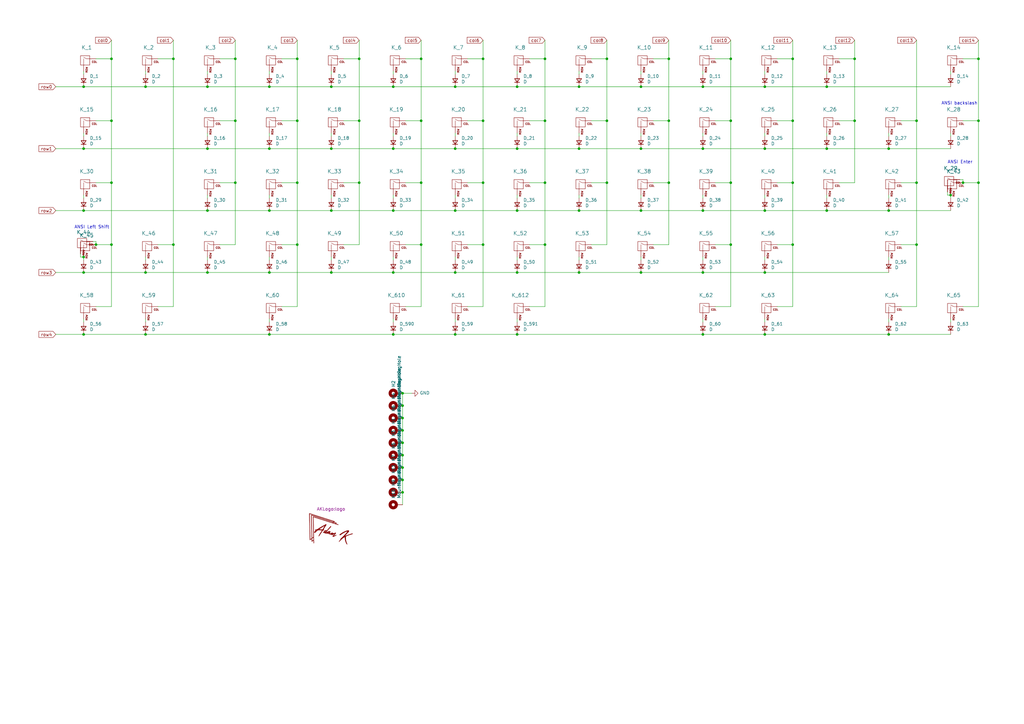
<source format=kicad_sch>
(kicad_sch (version 20211123) (generator eeschema)
  (paper "A3")
  (junction (at 85.09 111.76))
  (junction (at 401.32 74.93))
  (junction (at 299.72 74.93))
  (junction (at 198.12 74.93))
  (junction (at 172.72 49.53))
  (junction (at 198.12 49.53))
  (junction (at 147.32 74.93))
  (junction (at 313.69 86.36))
  (junction (at 165.1 166.37))
  (junction (at 121.92 24.13))
  (junction (at 59.69 35.56))
  (junction (at 375.92 74.93))
  (junction (at 147.32 24.13))
  (junction (at 121.92 49.53))
  (junction (at 339.09 60.96))
  (junction (at 135.89 86.36))
  (junction (at 198.12 100.33))
  (junction (at 161.29 35.56))
  (junction (at 389.89 80.01))
  (junction (at 339.09 86.36))
  (junction (at 350.52 49.53))
  (junction (at 288.29 60.96))
  (junction (at 237.49 35.56))
  (junction (at 212.09 137.16))
  (junction (at 223.52 100.33))
  (junction (at 375.92 49.53))
  (junction (at 401.32 49.53))
  (junction (at 135.89 111.76))
  (junction (at 288.29 35.56))
  (junction (at 96.52 49.53))
  (junction (at 161.29 111.76))
  (junction (at 186.69 35.56))
  (junction (at 248.92 74.93))
  (junction (at 59.69 111.76))
  (junction (at 165.1 196.85))
  (junction (at 45.72 74.93))
  (junction (at 186.69 60.96))
  (junction (at 299.72 49.53))
  (junction (at 212.09 86.36))
  (junction (at 34.29 86.36))
  (junction (at 135.89 60.96))
  (junction (at 165.1 176.53))
  (junction (at 165.1 171.45))
  (junction (at 110.49 60.96))
  (junction (at 165.1 161.29))
  (junction (at 186.69 86.36))
  (junction (at 172.72 74.93))
  (junction (at 198.12 24.13))
  (junction (at 288.29 111.76))
  (junction (at 161.29 137.16))
  (junction (at 248.92 49.53))
  (junction (at 288.29 137.16))
  (junction (at 299.72 24.13))
  (junction (at 299.72 100.33))
  (junction (at 325.12 24.13))
  (junction (at 401.32 24.13))
  (junction (at 71.12 24.13))
  (junction (at 262.89 111.76))
  (junction (at 34.29 137.16))
  (junction (at 110.49 111.76))
  (junction (at 274.32 24.13))
  (junction (at 110.49 35.56))
  (junction (at 262.89 60.96))
  (junction (at 262.89 86.36))
  (junction (at 71.12 100.33))
  (junction (at 237.49 60.96))
  (junction (at 364.49 137.16))
  (junction (at 110.49 137.16))
  (junction (at 223.52 24.13))
  (junction (at 34.29 105.41))
  (junction (at 212.09 35.56))
  (junction (at 85.09 86.36))
  (junction (at 212.09 111.76))
  (junction (at 110.49 86.36))
  (junction (at 34.29 35.56))
  (junction (at 96.52 24.13))
  (junction (at 325.12 74.93))
  (junction (at 262.89 35.56))
  (junction (at 288.29 86.36))
  (junction (at 223.52 74.93))
  (junction (at 325.12 100.33))
  (junction (at 248.92 24.13))
  (junction (at 172.72 24.13))
  (junction (at 161.29 60.96))
  (junction (at 350.52 24.13))
  (junction (at 165.1 186.69))
  (junction (at 364.49 86.36))
  (junction (at 394.97 74.93))
  (junction (at 237.49 86.36))
  (junction (at 186.69 137.16))
  (junction (at 85.09 60.96))
  (junction (at 339.09 35.56))
  (junction (at 45.72 24.13))
  (junction (at 45.72 100.33))
  (junction (at 34.29 60.96))
  (junction (at 223.52 49.53))
  (junction (at 45.72 49.53))
  (junction (at 313.69 111.76))
  (junction (at 364.49 60.96))
  (junction (at 165.1 181.61))
  (junction (at 325.12 49.53))
  (junction (at 274.32 74.93))
  (junction (at 96.52 74.93))
  (junction (at 135.89 35.56))
  (junction (at 237.49 111.76))
  (junction (at 313.69 137.16))
  (junction (at 165.1 201.93))
  (junction (at 121.92 74.93))
  (junction (at 121.92 100.33))
  (junction (at 165.1 191.77))
  (junction (at 313.69 35.56))
  (junction (at 161.29 86.36))
  (junction (at 59.69 137.16))
  (junction (at 172.72 100.33))
  (junction (at 85.09 35.56))
  (junction (at 39.37 100.33))
  (junction (at 375.92 100.33))
  (junction (at 186.69 111.76))
  (junction (at 274.32 49.53))
  (junction (at 212.09 60.96))
  (junction (at 147.32 49.53))
  (junction (at 313.69 60.96))
  (junction (at 34.29 111.76))
  (wire (pts (xy 110.49 29.21) (xy 110.49 30.48)))
  (wire (pts (xy 350.52 24.13) (xy 350.52 49.53)))
  (wire (pts (xy 96.52 100.33) (xy 96.52 74.93)))
  (wire (pts (xy 34.29 105.41) (xy 34.29 106.68)))
  (wire (pts (xy 223.52 74.93) (xy 223.52 49.53)))
  (wire (pts (xy 110.49 35.56) (xy 135.89 35.56)))
  (wire (pts (xy 288.29 111.76) (xy 313.69 111.76)))
  (wire (pts (xy 293.37 74.93) (xy 299.72 74.93)))
  (wire (pts (xy 22.86 137.16) (xy 34.29 137.16)))
  (wire (pts (xy 59.69 105.41) (xy 59.69 106.68)))
  (wire (pts (xy 115.57 24.13) (xy 121.92 24.13)))
  (wire (pts (xy 248.92 74.93) (xy 248.92 49.53)))
  (wire (pts (xy 369.57 100.33) (xy 375.92 100.33)))
  (wire (pts (xy 110.49 86.36) (xy 135.89 86.36)))
  (wire (pts (xy 166.37 125.73) (xy 172.72 125.73)))
  (wire (pts (xy 115.57 49.53) (xy 121.92 49.53)))
  (wire (pts (xy 248.92 100.33) (xy 248.92 74.93)))
  (wire (pts (xy 242.57 100.33) (xy 248.92 100.33)))
  (wire (pts (xy 96.52 24.13) (xy 96.52 49.53)))
  (wire (pts (xy 318.77 49.53) (xy 325.12 49.53)))
  (wire (pts (xy 401.32 24.13) (xy 401.32 49.53)))
  (wire (pts (xy 394.97 125.73) (xy 401.32 125.73)))
  (wire (pts (xy 364.49 86.36) (xy 389.89 86.36)))
  (wire (pts (xy 85.09 54.61) (xy 85.09 55.88)))
  (wire (pts (xy 288.29 35.56) (xy 313.69 35.56)))
  (wire (pts (xy 110.49 54.61) (xy 110.49 55.88)))
  (wire (pts (xy 212.09 60.96) (xy 237.49 60.96)))
  (wire (pts (xy 34.29 35.56) (xy 59.69 35.56)))
  (wire (pts (xy 96.52 16.51) (xy 96.52 24.13)))
  (wire (pts (xy 262.89 54.61) (xy 262.89 55.88)))
  (wire (pts (xy 274.32 24.13) (xy 274.32 49.53)))
  (wire (pts (xy 339.09 80.01) (xy 339.09 81.28)))
  (wire (pts (xy 288.29 60.96) (xy 313.69 60.96)))
  (wire (pts (xy 394.97 73.66) (xy 394.97 74.93)))
  (wire (pts (xy 198.12 125.73) (xy 198.12 100.33)))
  (wire (pts (xy 237.49 105.41) (xy 237.49 106.68)))
  (wire (pts (xy 186.69 54.61) (xy 186.69 55.88)))
  (wire (pts (xy 110.49 80.01) (xy 110.49 81.28)))
  (wire (pts (xy 364.49 105.41) (xy 364.49 106.68)))
  (wire (pts (xy 22.86 35.56) (xy 34.29 35.56)))
  (wire (pts (xy 39.37 100.33) (xy 39.37 99.06)))
  (wire (pts (xy 165.1 191.77) (xy 165.1 186.69)))
  (wire (pts (xy 22.86 60.96) (xy 34.29 60.96)))
  (wire (pts (xy 140.97 74.93) (xy 147.32 74.93)))
  (wire (pts (xy 161.29 54.61) (xy 161.29 55.88)))
  (wire (pts (xy 262.89 105.41) (xy 262.89 106.68)))
  (wire (pts (xy 389.89 80.01) (xy 389.89 81.28)))
  (wire (pts (xy 64.77 24.13) (xy 71.12 24.13)))
  (wire (pts (xy 339.09 86.36) (xy 364.49 86.36)))
  (wire (pts (xy 45.72 100.33) (xy 45.72 74.93)))
  (wire (pts (xy 267.97 74.93) (xy 274.32 74.93)))
  (wire (pts (xy 325.12 74.93) (xy 325.12 49.53)))
  (wire (pts (xy 191.77 49.53) (xy 198.12 49.53)))
  (wire (pts (xy 401.32 16.51) (xy 401.32 24.13)))
  (wire (pts (xy 313.69 137.16) (xy 364.49 137.16)))
  (wire (pts (xy 389.89 80.01) (xy 388.62 80.01)))
  (wire (pts (xy 34.29 137.16) (xy 59.69 137.16)))
  (wire (pts (xy 172.72 24.13) (xy 172.72 49.53)))
  (wire (pts (xy 147.32 24.13) (xy 147.32 49.53)))
  (wire (pts (xy 313.69 130.81) (xy 313.69 132.08)))
  (wire (pts (xy 318.77 100.33) (xy 325.12 100.33)))
  (wire (pts (xy 339.09 54.61) (xy 339.09 55.88)))
  (wire (pts (xy 364.49 80.01) (xy 364.49 81.28)))
  (wire (pts (xy 165.1 161.29) (xy 168.91 161.29)))
  (wire (pts (xy 288.29 29.21) (xy 288.29 30.48)))
  (wire (pts (xy 59.69 35.56) (xy 85.09 35.56)))
  (wire (pts (xy 325.12 100.33) (xy 325.12 74.93)))
  (wire (pts (xy 325.12 16.51) (xy 325.12 24.13)))
  (wire (pts (xy 318.77 24.13) (xy 325.12 24.13)))
  (wire (pts (xy 212.09 54.61) (xy 212.09 55.88)))
  (wire (pts (xy 34.29 111.76) (xy 59.69 111.76)))
  (wire (pts (xy 45.72 125.73) (xy 45.72 100.33)))
  (wire (pts (xy 350.52 74.93) (xy 350.52 49.53)))
  (wire (pts (xy 288.29 54.61) (xy 288.29 55.88)))
  (wire (pts (xy 394.97 24.13) (xy 401.32 24.13)))
  (wire (pts (xy 212.09 111.76) (xy 237.49 111.76)))
  (wire (pts (xy 288.29 137.16) (xy 313.69 137.16)))
  (wire (pts (xy 110.49 105.41) (xy 110.49 106.68)))
  (wire (pts (xy 212.09 105.41) (xy 212.09 106.68)))
  (wire (pts (xy 165.1 166.37) (xy 165.1 161.29)))
  (wire (pts (xy 242.57 49.53) (xy 248.92 49.53)))
  (wire (pts (xy 217.17 74.93) (xy 223.52 74.93)))
  (wire (pts (xy 198.12 24.13) (xy 198.12 49.53)))
  (wire (pts (xy 212.09 29.21) (xy 212.09 30.48)))
  (wire (pts (xy 121.92 24.13) (xy 121.92 49.53)))
  (wire (pts (xy 267.97 49.53) (xy 274.32 49.53)))
  (wire (pts (xy 339.09 35.56) (xy 389.89 35.56)))
  (wire (pts (xy 39.37 24.13) (xy 45.72 24.13)))
  (wire (pts (xy 140.97 24.13) (xy 147.32 24.13)))
  (wire (pts (xy 85.09 60.96) (xy 110.49 60.96)))
  (wire (pts (xy 147.32 100.33) (xy 147.32 74.93)))
  (wire (pts (xy 39.37 100.33) (xy 45.72 100.33)))
  (wire (pts (xy 237.49 86.36) (xy 262.89 86.36)))
  (wire (pts (xy 135.89 111.76) (xy 161.29 111.76)))
  (wire (pts (xy 242.57 74.93) (xy 248.92 74.93)))
  (wire (pts (xy 299.72 24.13) (xy 299.72 49.53)))
  (wire (pts (xy 369.57 49.53) (xy 375.92 49.53)))
  (wire (pts (xy 389.89 54.61) (xy 389.89 55.88)))
  (wire (pts (xy 135.89 29.21) (xy 135.89 30.48)))
  (wire (pts (xy 313.69 29.21) (xy 313.69 30.48)))
  (wire (pts (xy 85.09 86.36) (xy 110.49 86.36)))
  (wire (pts (xy 121.92 125.73) (xy 121.92 100.33)))
  (wire (pts (xy 267.97 100.33) (xy 274.32 100.33)))
  (wire (pts (xy 288.29 86.36) (xy 313.69 86.36)))
  (wire (pts (xy 325.12 125.73) (xy 325.12 100.33)))
  (wire (pts (xy 274.32 74.93) (xy 274.32 49.53)))
  (wire (pts (xy 274.32 16.51) (xy 274.32 24.13)))
  (wire (pts (xy 165.1 186.69) (xy 165.1 181.61)))
  (wire (pts (xy 110.49 137.16) (xy 161.29 137.16)))
  (wire (pts (xy 90.17 100.33) (xy 96.52 100.33)))
  (wire (pts (xy 121.92 100.33) (xy 121.92 74.93)))
  (wire (pts (xy 161.29 29.21) (xy 161.29 30.48)))
  (wire (pts (xy 299.72 16.51) (xy 299.72 24.13)))
  (wire (pts (xy 242.57 24.13) (xy 248.92 24.13)))
  (wire (pts (xy 34.29 130.81) (xy 34.29 132.08)))
  (wire (pts (xy 186.69 80.01) (xy 186.69 81.28)))
  (wire (pts (xy 313.69 54.61) (xy 313.69 55.88)))
  (wire (pts (xy 165.1 176.53) (xy 165.1 171.45)))
  (wire (pts (xy 293.37 24.13) (xy 299.72 24.13)))
  (wire (pts (xy 237.49 35.56) (xy 262.89 35.56)))
  (wire (pts (xy 393.7 73.66) (xy 394.97 73.66)))
  (wire (pts (xy 186.69 86.36) (xy 212.09 86.36)))
  (wire (pts (xy 191.77 24.13) (xy 198.12 24.13)))
  (wire (pts (xy 161.29 60.96) (xy 186.69 60.96)))
  (wire (pts (xy 135.89 54.61) (xy 135.89 55.88)))
  (wire (pts (xy 262.89 29.21) (xy 262.89 30.48)))
  (wire (pts (xy 166.37 24.13) (xy 172.72 24.13)))
  (wire (pts (xy 293.37 125.73) (xy 299.72 125.73)))
  (wire (pts (xy 147.32 74.93) (xy 147.32 49.53)))
  (wire (pts (xy 248.92 24.13) (xy 248.92 49.53)))
  (wire (pts (xy 39.37 49.53) (xy 45.72 49.53)))
  (wire (pts (xy 237.49 29.21) (xy 237.49 30.48)))
  (wire (pts (xy 140.97 100.33) (xy 147.32 100.33)))
  (wire (pts (xy 147.32 16.51) (xy 147.32 24.13)))
  (wire (pts (xy 394.97 74.93) (xy 401.32 74.93)))
  (wire (pts (xy 161.29 132.08) (xy 161.29 130.81)))
  (wire (pts (xy 318.77 74.93) (xy 325.12 74.93)))
  (wire (pts (xy 135.89 86.36) (xy 161.29 86.36)))
  (wire (pts (xy 262.89 60.96) (xy 288.29 60.96)))
  (wire (pts (xy 85.09 80.01) (xy 85.09 81.28)))
  (wire (pts (xy 64.77 100.33) (xy 71.12 100.33)))
  (wire (pts (xy 191.77 100.33) (xy 198.12 100.33)))
  (wire (pts (xy 34.29 60.96) (xy 85.09 60.96)))
  (wire (pts (xy 375.92 16.51) (xy 375.92 49.53)))
  (wire (pts (xy 223.52 125.73) (xy 223.52 100.33)))
  (wire (pts (xy 313.69 35.56) (xy 339.09 35.56)))
  (wire (pts (xy 34.29 29.21) (xy 34.29 30.48)))
  (wire (pts (xy 191.77 74.93) (xy 198.12 74.93)))
  (wire (pts (xy 34.29 80.01) (xy 34.29 81.28)))
  (wire (pts (xy 110.49 111.76) (xy 135.89 111.76)))
  (wire (pts (xy 375.92 74.93) (xy 375.92 49.53)))
  (wire (pts (xy 344.17 74.93) (xy 350.52 74.93)))
  (wire (pts (xy 212.09 86.36) (xy 237.49 86.36)))
  (wire (pts (xy 198.12 100.33) (xy 198.12 74.93)))
  (wire (pts (xy 212.09 35.56) (xy 237.49 35.56)))
  (wire (pts (xy 186.69 105.41) (xy 186.69 106.68)))
  (wire (pts (xy 186.69 60.96) (xy 212.09 60.96)))
  (wire (pts (xy 59.69 29.21) (xy 59.69 30.48)))
  (wire (pts (xy 85.09 35.56) (xy 110.49 35.56)))
  (wire (pts (xy 90.17 24.13) (xy 96.52 24.13)))
  (wire (pts (xy 191.77 125.73) (xy 198.12 125.73)))
  (wire (pts (xy 96.52 74.93) (xy 96.52 49.53)))
  (wire (pts (xy 262.89 111.76) (xy 288.29 111.76)))
  (wire (pts (xy 90.17 49.53) (xy 96.52 49.53)))
  (wire (pts (xy 115.57 74.93) (xy 121.92 74.93)))
  (wire (pts (xy 166.37 100.33) (xy 172.72 100.33)))
  (wire (pts (xy 161.29 86.36) (xy 186.69 86.36)))
  (wire (pts (xy 85.09 29.21) (xy 85.09 30.48)))
  (wire (pts (xy 140.97 49.53) (xy 147.32 49.53)))
  (wire (pts (xy 39.37 125.73) (xy 45.72 125.73)))
  (wire (pts (xy 33.02 105.41) (xy 33.02 104.14)))
  (wire (pts (xy 369.57 125.73) (xy 375.92 125.73)))
  (wire (pts (xy 223.52 16.51) (xy 223.52 24.13)))
  (wire (pts (xy 339.09 29.21) (xy 339.09 30.48)))
  (wire (pts (xy 71.12 125.73) (xy 71.12 100.33)))
  (wire (pts (xy 394.97 49.53) (xy 401.32 49.53)))
  (wire (pts (xy 45.72 74.93) (xy 45.72 49.53)))
  (wire (pts (xy 262.89 86.36) (xy 288.29 86.36)))
  (wire (pts (xy 325.12 24.13) (xy 325.12 49.53)))
  (wire (pts (xy 34.29 54.61) (xy 34.29 55.88)))
  (wire (pts (xy 135.89 60.96) (xy 161.29 60.96)))
  (wire (pts (xy 364.49 60.96) (xy 389.89 60.96)))
  (wire (pts (xy 364.49 54.61) (xy 364.49 55.88)))
  (wire (pts (xy 165.1 171.45) (xy 165.1 166.37)))
  (wire (pts (xy 223.52 24.13) (xy 223.52 49.53)))
  (wire (pts (xy 313.69 60.96) (xy 339.09 60.96)))
  (wire (pts (xy 85.09 105.41) (xy 85.09 106.68)))
  (wire (pts (xy 172.72 125.73) (xy 172.72 100.33)))
  (wire (pts (xy 135.89 105.41) (xy 135.89 106.68)))
  (wire (pts (xy 110.49 60.96) (xy 135.89 60.96)))
  (wire (pts (xy 223.52 100.33) (xy 223.52 74.93)))
  (wire (pts (xy 135.89 80.01) (xy 135.89 81.28)))
  (wire (pts (xy 186.69 29.21) (xy 186.69 30.48)))
  (wire (pts (xy 288.29 130.81) (xy 288.29 132.08)))
  (wire (pts (xy 39.37 74.93) (xy 45.72 74.93)))
  (wire (pts (xy 344.17 24.13) (xy 350.52 24.13)))
  (wire (pts (xy 34.29 86.36) (xy 85.09 86.36)))
  (wire (pts (xy 198.12 16.51) (xy 198.12 24.13)))
  (wire (pts (xy 237.49 80.01) (xy 237.49 81.28)))
  (wire (pts (xy 313.69 111.76) (xy 364.49 111.76)))
  (wire (pts (xy 39.37 99.06) (xy 38.1 99.06)))
  (wire (pts (xy 172.72 74.93) (xy 172.72 49.53)))
  (wire (pts (xy 237.49 54.61) (xy 237.49 55.88)))
  (wire (pts (xy 161.29 35.56) (xy 186.69 35.56)))
  (wire (pts (xy 389.89 29.21) (xy 389.89 30.48)))
  (wire (pts (xy 212.09 137.16) (xy 288.29 137.16)))
  (wire (pts (xy 165.1 196.85) (xy 165.1 191.77)))
  (wire (pts (xy 217.17 125.73) (xy 223.52 125.73)))
  (wire (pts (xy 115.57 100.33) (xy 121.92 100.33)))
  (wire (pts (xy 172.72 100.33) (xy 172.72 74.93)))
  (wire (pts (xy 344.17 49.53) (xy 350.52 49.53)))
  (wire (pts (xy 22.86 86.36) (xy 34.29 86.36)))
  (wire (pts (xy 165.1 201.93) (xy 165.1 196.85)))
  (wire (pts (xy 64.77 125.73) (xy 71.12 125.73)))
  (wire (pts (xy 212.09 80.01) (xy 212.09 81.28)))
  (wire (pts (xy 166.37 49.53) (xy 172.72 49.53)))
  (wire (pts (xy 313.69 86.36) (xy 339.09 86.36)))
  (wire (pts (xy 299.72 125.73) (xy 299.72 100.33)))
  (wire (pts (xy 299.72 100.33) (xy 299.72 74.93)))
  (wire (pts (xy 262.89 80.01) (xy 262.89 81.28)))
  (wire (pts (xy 217.17 100.33) (xy 223.52 100.33)))
  (wire (pts (xy 198.12 74.93) (xy 198.12 49.53)))
  (wire (pts (xy 293.37 49.53) (xy 299.72 49.53)))
  (wire (pts (xy 34.29 105.41) (xy 33.02 105.41)))
  (wire (pts (xy 262.89 35.56) (xy 288.29 35.56)))
  (wire (pts (xy 364.49 130.81) (xy 364.49 132.08)))
  (wire (pts (xy 45.72 16.51) (xy 45.72 24.13)))
  (wire (pts (xy 313.69 80.01) (xy 313.69 81.28)))
  (wire (pts (xy 165.1 207.01) (xy 165.1 201.93)))
  (wire (pts (xy 237.49 60.96) (xy 262.89 60.96)))
  (wire (pts (xy 212.09 132.08) (xy 212.09 130.81)))
  (wire (pts (xy 135.89 35.56) (xy 161.29 35.56)))
  (wire (pts (xy 121.92 74.93) (xy 121.92 49.53)))
  (wire (pts (xy 45.72 24.13) (xy 45.72 49.53)))
  (wire (pts (xy 85.09 111.76) (xy 110.49 111.76)))
  (wire (pts (xy 166.37 74.93) (xy 172.72 74.93)))
  (wire (pts (xy 22.86 111.76) (xy 34.29 111.76)))
  (wire (pts (xy 186.69 130.81) (xy 186.69 132.08)))
  (wire (pts (xy 161.29 80.01) (xy 161.29 81.28)))
  (wire (pts (xy 237.49 111.76) (xy 262.89 111.76)))
  (wire (pts (xy 318.77 125.73) (xy 325.12 125.73)))
  (wire (pts (xy 293.37 100.33) (xy 299.72 100.33)))
  (wire (pts (xy 288.29 105.41) (xy 288.29 106.68)))
  (wire (pts (xy 350.52 16.51) (xy 350.52 24.13)))
  (wire (pts (xy 388.62 80.01) (xy 388.62 78.74)))
  (wire (pts (xy 299.72 74.93) (xy 299.72 49.53)))
  (wire (pts (xy 165.1 181.61) (xy 165.1 176.53)))
  (wire (pts (xy 339.09 60.96) (xy 364.49 60.96)))
  (wire (pts (xy 59.69 111.76) (xy 85.09 111.76)))
  (wire (pts (xy 401.32 125.73) (xy 401.32 74.93)))
  (wire (pts (xy 364.49 137.16) (xy 389.89 137.16)))
  (wire (pts (xy 186.69 35.56) (xy 212.09 35.56)))
  (wire (pts (xy 115.57 125.73) (xy 121.92 125.73)))
  (wire (pts (xy 389.89 130.81) (xy 389.89 132.08)))
  (wire (pts (xy 161.29 105.41) (xy 161.29 106.68)))
  (wire (pts (xy 186.69 137.16) (xy 212.09 137.16)))
  (wire (pts (xy 172.72 16.51) (xy 172.72 24.13)))
  (wire (pts (xy 313.69 105.41) (xy 313.69 106.68)))
  (wire (pts (xy 375.92 100.33) (xy 375.92 74.93)))
  (wire (pts (xy 71.12 16.51) (xy 71.12 24.13)))
  (wire (pts (xy 110.49 130.81) (xy 110.49 132.08)))
  (wire (pts (xy 401.32 49.53) (xy 401.32 74.93)))
  (wire (pts (xy 59.69 130.81) (xy 59.69 132.08)))
  (wire (pts (xy 90.17 74.93) (xy 96.52 74.93)))
  (wire (pts (xy 217.17 24.13) (xy 223.52 24.13)))
  (wire (pts (xy 375.92 125.73) (xy 375.92 100.33)))
  (wire (pts (xy 369.57 74.93) (xy 375.92 74.93)))
  (wire (pts (xy 186.69 111.76) (xy 212.09 111.76)))
  (wire (pts (xy 274.32 100.33) (xy 274.32 74.93)))
  (wire (pts (xy 121.92 16.51) (xy 121.92 24.13)))
  (wire (pts (xy 248.92 16.51) (xy 248.92 24.13)))
  (wire (pts (xy 161.29 111.76) (xy 186.69 111.76)))
  (wire (pts (xy 288.29 80.01) (xy 288.29 81.28)))
  (wire (pts (xy 71.12 24.13) (xy 71.12 100.33)))
  (wire (pts (xy 59.69 137.16) (xy 110.49 137.16)))
  (wire (pts (xy 161.29 137.16) (xy 186.69 137.16)))
  (wire (pts (xy 267.97 24.13) (xy 274.32 24.13)))
  (wire (pts (xy 217.17 49.53) (xy 223.52 49.53)))
  (text "ANSI Left Shift" (at 30.48 93.98 0) (effects (font (size 1.27 1.27)) (justify left bottom)))
  (text "ANSI backslash" (at 386.08 43.18 0) (effects (font (size 1.27 1.27)) (justify left bottom)))
  (text "ANSI Enter" (at 388.62 67.31 0) (effects (font (size 1.27 1.27)) (justify left bottom)))
  (global_label "col1" (shape input) (at 71.12 16.51 180) (property "Intersheet References" "${INTERSHEET_REFS}" (effects hide)))
  (global_label "col13" (shape input) (at 375.92 16.51 180) (property "Intersheet References" "${INTERSHEET_REFS}" (effects hide)))
  (global_label "col9" (shape input) (at 274.32 16.51 180) (property "Intersheet References" "${INTERSHEET_REFS}" (effects hide)))
  (global_label "row2" (shape input) (at 22.86 86.36 180) (property "Intersheet References" "${INTERSHEET_REFS}" (effects hide)))
  (global_label "col5" (shape input) (at 172.72 16.51 180) (property "Intersheet References" "${INTERSHEET_REFS}" (effects hide)))
  (global_label "row0" (shape input) (at 22.86 35.56 180) (property "Intersheet References" "${INTERSHEET_REFS}" (effects hide)))
  (global_label "col10" (shape input) (at 299.72 16.51 180) (property "Intersheet References" "${INTERSHEET_REFS}" (effects hide)))
  (global_label "row3" (shape input) (at 22.86 111.76 180) (property "Intersheet References" "${INTERSHEET_REFS}" (effects hide)))
  (global_label "row4" (shape input) (at 22.86 137.16 180) (property "Intersheet References" "${INTERSHEET_REFS}" (effects hide)))
  (global_label "col4" (shape input) (at 147.32 16.51 180) (property "Intersheet References" "${INTERSHEET_REFS}" (effects hide)))
  (global_label "col11" (shape input) (at 325.12 16.51 180) (property "Intersheet References" "${INTERSHEET_REFS}" (effects hide)))
  (global_label "col7" (shape input) (at 223.52 16.51 180) (property "Intersheet References" "${INTERSHEET_REFS}" (effects hide)))
  (global_label "col12" (shape input) (at 350.52 16.51 180) (property "Intersheet References" "${INTERSHEET_REFS}" (effects hide)))
  (global_label "col3" (shape input) (at 121.92 16.51 180) (property "Intersheet References" "${INTERSHEET_REFS}" (effects hide)))
  (global_label "col6" (shape input) (at 198.12 16.51 180) (property "Intersheet References" "${INTERSHEET_REFS}" (effects hide)))
  (global_label "row1" (shape input) (at 22.86 60.96 180) (property "Intersheet References" "${INTERSHEET_REFS}" (effects hide)))
  (global_label "col0" (shape input) (at 45.72 16.51 180) (property "Intersheet References" "${INTERSHEET_REFS}" (effects hide)))
  (global_label "col2" (shape input) (at 96.52 16.51 180) (property "Intersheet References" "${INTERSHEET_REFS}" (effects hide)))
  (global_label "col8" (shape input) (at 248.92 16.51 180) (property "Intersheet References" "${INTERSHEET_REFS}" (effects hide)))
  (global_label "col14" (shape input) (at 401.32 16.51 180) (property "Intersheet References" "${INTERSHEET_REFS}" (effects hide)))
  (symbol (lib_id "MX_Alps_Hybrid:MX-NoLED") (at 35.56 25.4 0) (unit 1)
    (property "Reference" "K_1" (at 35.56 19.4818 0) (effects (font (size 1.524 1.524))))
    (property "Value" "KEYSW" (effects hide))
    (property "Footprint" "Env_Extras:MXOnly-1U-Mask" (effects hide))
  )
  (symbol (lib_id "Device:D_Small") (at 59.69 33.02 90) (unit 1)
    (property "Reference" "D_2" (at 62.23 31.242 90) (effects (justify right)))
    (property "Value" "D" (at 62.23 33.528 90) (effects (justify right)))
    (property "Footprint" "Diode_THT:D_DO-35_SOD27_P7.62mm_Horizontal" (effects hide))
  )
  (symbol (lib_id "MX_Alps_Hybrid:MX-NoLED") (at 60.96 25.4 0) (unit 1)
    (property "Reference" "K_2" (at 60.96 19.4818 0) (effects (font (size 1.524 1.524))))
    (property "Value" "KEYSW" (effects hide))
    (property "Footprint" "Env_Extras:MXOnly-1U-Mask" (effects hide))
  )
  (symbol (lib_id "Device:D_Small") (at 85.09 33.02 90) (unit 1)
    (property "Reference" "D_3" (at 87.63 31.242 90) (effects (justify right)))
    (property "Value" "D" (at 87.63 33.528 90) (effects (justify right)))
    (property "Footprint" "Diode_THT:D_DO-35_SOD27_P7.62mm_Horizontal" (effects hide))
  )
  (symbol (lib_id "MX_Alps_Hybrid:MX-NoLED") (at 86.36 25.4 0) (unit 1)
    (property "Reference" "K_3" (at 86.36 19.4818 0) (effects (font (size 1.524 1.524))))
    (property "Value" "KEYSW" (effects hide))
    (property "Footprint" "Env_Extras:MXOnly-1U-Mask" (effects hide))
  )
  (symbol (lib_id "Device:D_Small") (at 110.49 33.02 90) (unit 1)
    (property "Reference" "D_4" (at 113.03 31.242 90) (effects (justify right)))
    (property "Value" "D" (at 113.03 33.528 90) (effects (justify right)))
    (property "Footprint" "Diode_THT:D_DO-35_SOD27_P7.62mm_Horizontal" (effects hide))
  )
  (symbol (lib_id "MX_Alps_Hybrid:MX-NoLED") (at 111.76 25.4 0) (unit 1)
    (property "Reference" "K_4" (at 111.76 19.4818 0) (effects (font (size 1.524 1.524))))
    (property "Value" "KEYSW" (effects hide))
    (property "Footprint" "Env_Extras:MXOnly-1U-Mask" (effects hide))
  )
  (symbol (lib_id "Device:D_Small") (at 135.89 33.02 90) (unit 1)
    (property "Reference" "D_5" (at 138.43 31.242 90) (effects (justify right)))
    (property "Value" "D" (at 138.43 33.528 90) (effects (justify right)))
    (property "Footprint" "Diode_THT:D_DO-35_SOD27_P7.62mm_Horizontal" (effects hide))
  )
  (symbol (lib_id "MX_Alps_Hybrid:MX-NoLED") (at 137.16 25.4 0) (unit 1)
    (property "Reference" "K_5" (at 137.16 19.4818 0) (effects (font (size 1.524 1.524))))
    (property "Value" "KEYSW" (effects hide))
    (property "Footprint" "Env_Extras:MXOnly-1U-Mask" (effects hide))
  )
  (symbol (lib_id "Device:D_Small") (at 161.29 33.02 90) (unit 1)
    (property "Reference" "D_6" (at 163.83 31.242 90) (effects (justify right)))
    (property "Value" "D" (at 163.83 33.528 90) (effects (justify right)))
    (property "Footprint" "Diode_THT:D_DO-35_SOD27_P7.62mm_Horizontal" (effects hide))
  )
  (symbol (lib_id "MX_Alps_Hybrid:MX-NoLED") (at 162.56 25.4 0) (unit 1)
    (property "Reference" "K_6" (at 162.56 19.4818 0) (effects (font (size 1.524 1.524))))
    (property "Value" "KEYSW" (effects hide))
    (property "Footprint" "Env_Extras:MXOnly-1U-Mask" (effects hide))
  )
  (symbol (lib_id "Device:D_Small") (at 186.69 33.02 90) (unit 1)
    (property "Reference" "D_7" (at 189.23 31.242 90) (effects (justify right)))
    (property "Value" "D" (at 189.23 33.528 90) (effects (justify right)))
    (property "Footprint" "Diode_THT:D_DO-35_SOD27_P7.62mm_Horizontal" (effects hide))
  )
  (symbol (lib_id "MX_Alps_Hybrid:MX-NoLED") (at 187.96 25.4 0) (unit 1)
    (property "Reference" "K_7" (at 187.96 19.4818 0) (effects (font (size 1.524 1.524))))
    (property "Value" "KEYSW" (effects hide))
    (property "Footprint" "Env_Extras:MXOnly-1U-Mask" (effects hide))
  )
  (symbol (lib_id "Device:D_Small") (at 212.09 33.02 90) (unit 1)
    (property "Reference" "D_8" (at 214.63 31.242 90) (effects (justify right)))
    (property "Value" "D" (at 214.63 33.528 90) (effects (justify right)))
    (property "Footprint" "Diode_THT:D_DO-35_SOD27_P7.62mm_Horizontal" (effects hide))
  )
  (symbol (lib_id "MX_Alps_Hybrid:MX-NoLED") (at 213.36 25.4 0) (unit 1)
    (property "Reference" "K_8" (at 213.36 19.4818 0) (effects (font (size 1.524 1.524))))
    (property "Value" "KEYSW" (effects hide))
    (property "Footprint" "Env_Extras:MXOnly-1U-Mask" (effects hide))
  )
  (symbol (lib_id "Device:D_Small") (at 237.49 33.02 90) (unit 1)
    (property "Reference" "D_9" (at 240.03 31.242 90) (effects (justify right)))
    (property "Value" "D" (at 240.03 33.528 90) (effects (justify right)))
    (property "Footprint" "Diode_THT:D_DO-35_SOD27_P7.62mm_Horizontal" (effects hide))
  )
  (symbol (lib_id "MX_Alps_Hybrid:MX-NoLED") (at 238.76 25.4 0) (unit 1)
    (property "Reference" "K_9" (at 238.76 19.4818 0) (effects (font (size 1.524 1.524))))
    (property "Value" "KEYSW" (effects hide))
    (property "Footprint" "Env_Extras:MXOnly-1U-Mask" (effects hide))
  )
  (symbol (lib_id "Device:D_Small") (at 262.89 33.02 90) (unit 1)
    (property "Reference" "D_10" (at 265.43 31.242 90) (effects (justify right)))
    (property "Value" "D" (at 265.43 33.528 90) (effects (justify right)))
    (property "Footprint" "Diode_THT:D_DO-35_SOD27_P7.62mm_Horizontal" (effects hide))
  )
  (symbol (lib_id "MX_Alps_Hybrid:MX-NoLED") (at 264.16 25.4 0) (unit 1)
    (property "Reference" "K_10" (at 264.16 19.4818 0) (effects (font (size 1.524 1.524))))
    (property "Value" "KEYSW" (effects hide))
    (property "Footprint" "Env_Extras:MXOnly-1U-Mask" (effects hide))
  )
  (symbol (lib_id "Device:D_Small") (at 288.29 33.02 90) (unit 1)
    (property "Reference" "D_11" (at 290.83 31.242 90) (effects (justify right)))
    (property "Value" "D" (at 290.83 33.528 90) (effects (justify right)))
    (property "Footprint" "Diode_THT:D_DO-35_SOD27_P7.62mm_Horizontal" (effects hide))
  )
  (symbol (lib_id "MX_Alps_Hybrid:MX-NoLED") (at 289.56 25.4 0) (unit 1)
    (property "Reference" "K_11" (at 289.56 19.4818 0) (effects (font (size 1.524 1.524))))
    (property "Value" "KEYSW" (effects hide))
    (property "Footprint" "Env_Extras:MXOnly-1U-Mask" (effects hide))
  )
  (symbol (lib_id "Device:D_Small") (at 313.69 33.02 90) (unit 1)
    (property "Reference" "D_12" (at 316.23 31.242 90) (effects (justify right)))
    (property "Value" "D" (at 316.23 33.528 90) (effects (justify right)))
    (property "Footprint" "Diode_THT:D_DO-35_SOD27_P7.62mm_Horizontal" (effects hide))
  )
  (symbol (lib_id "MX_Alps_Hybrid:MX-NoLED") (at 314.96 25.4 0) (unit 1)
    (property "Reference" "K_12" (at 314.96 19.4818 0) (effects (font (size 1.524 1.524))))
    (property "Value" "KEYSW" (effects hide))
    (property "Footprint" "Env_Extras:MXOnly-1U-Mask" (effects hide))
  )
  (symbol (lib_id "Device:D_Small") (at 339.09 33.02 90) (unit 1)
    (property "Reference" "D_13" (at 341.63 31.242 90) (effects (justify right)))
    (property "Value" "D" (at 341.63 33.528 90) (effects (justify right)))
    (property "Footprint" "Diode_THT:D_DO-35_SOD27_P7.62mm_Horizontal" (effects hide))
  )
  (symbol (lib_id "MX_Alps_Hybrid:MX-NoLED") (at 340.36 25.4 0) (unit 1)
    (property "Reference" "K_13" (at 340.36 19.4818 0) (effects (font (size 1.524 1.524))))
    (property "Value" "KEYSW" (effects hide))
    (property "Footprint" "Env_Extras:MXOnly-1U-Mask" (effects hide))
  )
  (symbol (lib_id "Device:D_Small") (at 389.89 33.02 90) (unit 1)
    (property "Reference" "D_14" (at 392.43 31.242 90) (effects (justify right)))
    (property "Value" "D" (at 392.43 33.528 90) (effects (justify right)))
    (property "Footprint" "Diode_THT:D_DO-35_SOD27_P7.62mm_Horizontal" (effects hide))
  )
  (symbol (lib_id "MX_Alps_Hybrid:MX-NoLED") (at 391.16 25.4 0) (unit 1)
    (property "Reference" "K_14" (at 391.16 19.4818 0) (effects (font (size 1.524 1.524))))
    (property "Value" "KEYSW" (effects hide))
    (property "Footprint" "Env_Extras:MXOnly-1U-Mask" (effects hide))
  )
  (symbol (lib_id "Device:D_Small") (at 34.29 58.42 90) (unit 1)
    (property "Reference" "D_15" (at 36.83 56.642 90) (effects (justify right)))
    (property "Value" "D" (at 36.83 58.928 90) (effects (justify right)))
    (property "Footprint" "Diode_THT:D_DO-35_SOD27_P7.62mm_Horizontal" (effects hide))
  )
  (symbol (lib_id "MX_Alps_Hybrid:MX-NoLED") (at 35.56 50.8 0) (unit 1)
    (property "Reference" "K_15" (at 35.56 44.8818 0) (effects (font (size 1.524 1.524))))
    (property "Value" "KEYSW" (effects hide))
    (property "Footprint" "Env_Extras:MXOnly-1U-Mask" (effects hide))
  )
  (symbol (lib_id "Device:D_Small") (at 85.09 58.42 90) (unit 1)
    (property "Reference" "D_16" (at 87.63 56.642 90) (effects (justify right)))
    (property "Value" "D" (at 87.63 58.928 90) (effects (justify right)))
    (property "Footprint" "Diode_THT:D_DO-35_SOD27_P7.62mm_Horizontal" (effects hide))
  )
  (symbol (lib_id "MX_Alps_Hybrid:MX-NoLED") (at 86.36 50.8 0) (unit 1)
    (property "Reference" "K_16" (at 86.36 44.8818 0) (effects (font (size 1.524 1.524))))
    (property "Value" "KEYSW" (effects hide))
    (property "Footprint" "Env_Extras:MXOnly-1U-Mask" (effects hide))
  )
  (symbol (lib_id "Device:D_Small") (at 110.49 58.42 90) (unit 1)
    (property "Reference" "D_17" (at 113.03 56.642 90) (effects (justify right)))
    (property "Value" "D" (at 113.03 58.928 90) (effects (justify right)))
    (property "Footprint" "Diode_THT:D_DO-35_SOD27_P7.62mm_Horizontal" (effects hide))
  )
  (symbol (lib_id "MX_Alps_Hybrid:MX-NoLED") (at 111.76 50.8 0) (unit 1)
    (property "Reference" "K_17" (at 111.76 44.8818 0) (effects (font (size 1.524 1.524))))
    (property "Value" "KEYSW" (effects hide))
    (property "Footprint" "Env_Extras:MXOnly-1U-Mask" (effects hide))
  )
  (symbol (lib_id "Device:D_Small") (at 135.89 58.42 90) (unit 1)
    (property "Reference" "D_18" (at 138.43 56.642 90) (effects (justify right)))
    (property "Value" "D" (at 138.43 58.928 90) (effects (justify right)))
    (property "Footprint" "Diode_THT:D_DO-35_SOD27_P7.62mm_Horizontal" (effects hide))
  )
  (symbol (lib_id "MX_Alps_Hybrid:MX-NoLED") (at 137.16 50.8 0) (unit 1)
    (property "Reference" "K_18" (at 137.16 44.8818 0) (effects (font (size 1.524 1.524))))
    (property "Value" "KEYSW" (effects hide))
    (property "Footprint" "Env_Extras:MXOnly-1U-Mask" (effects hide))
  )
  (symbol (lib_id "Device:D_Small") (at 161.29 58.42 90) (unit 1)
    (property "Reference" "D_19" (at 163.83 56.642 90) (effects (justify right)))
    (property "Value" "D" (at 163.83 58.928 90) (effects (justify right)))
    (property "Footprint" "Diode_THT:D_DO-35_SOD27_P7.62mm_Horizontal" (effects hide))
  )
  (symbol (lib_id "MX_Alps_Hybrid:MX-NoLED") (at 162.56 50.8 0) (unit 1)
    (property "Reference" "K_19" (at 162.56 44.8818 0) (effects (font (size 1.524 1.524))))
    (property "Value" "KEYSW" (effects hide))
    (property "Footprint" "Env_Extras:MXOnly-1U-Mask" (effects hide))
  )
  (symbol (lib_id "Device:D_Small") (at 186.69 58.42 90) (unit 1)
    (property "Reference" "D_20" (at 189.23 56.642 90) (effects (justify right)))
    (property "Value" "D" (at 189.23 58.928 90) (effects (justify right)))
    (property "Footprint" "Diode_THT:D_DO-35_SOD27_P7.62mm_Horizontal" (effects hide))
  )
  (symbol (lib_id "MX_Alps_Hybrid:MX-NoLED") (at 187.96 50.8 0) (unit 1)
    (property "Reference" "K_20" (at 187.96 44.8818 0) (effects (font (size 1.524 1.524))))
    (property "Value" "KEYSW" (effects hide))
    (property "Footprint" "Env_Extras:MXOnly-1U-Mask" (effects hide))
  )
  (symbol (lib_id "Device:D_Small") (at 212.09 58.42 90) (unit 1)
    (property "Reference" "D_21" (at 214.63 56.642 90) (effects (justify right)))
    (property "Value" "D" (at 214.63 58.928 90) (effects (justify right)))
    (property "Footprint" "Diode_THT:D_DO-35_SOD27_P7.62mm_Horizontal" (effects hide))
  )
  (symbol (lib_id "MX_Alps_Hybrid:MX-NoLED") (at 213.36 50.8 0) (unit 1)
    (property "Reference" "K_21" (at 213.36 44.8818 0) (effects (font (size 1.524 1.524))))
    (property "Value" "KEYSW" (effects hide))
    (property "Footprint" "Env_Extras:MXOnly-1U-Mask" (effects hide))
  )
  (symbol (lib_id "Device:D_Small") (at 237.49 58.42 90) (unit 1)
    (property "Reference" "D_22" (at 240.03 56.642 90) (effects (justify right)))
    (property "Value" "D" (at 240.03 58.928 90) (effects (justify right)))
    (property "Footprint" "Diode_THT:D_DO-35_SOD27_P7.62mm_Horizontal" (effects hide))
  )
  (symbol (lib_id "MX_Alps_Hybrid:MX-NoLED") (at 238.76 50.8 0) (unit 1)
    (property "Reference" "K_22" (at 238.76 44.8818 0) (effects (font (size 1.524 1.524))))
    (property "Value" "KEYSW" (effects hide))
    (property "Footprint" "Env_Extras:MXOnly-1U-Mask" (effects hide))
  )
  (symbol (lib_id "Device:D_Small") (at 262.89 58.42 90) (unit 1)
    (property "Reference" "D_23" (at 265.43 56.642 90) (effects (justify right)))
    (property "Value" "D" (at 265.43 58.928 90) (effects (justify right)))
    (property "Footprint" "Diode_THT:D_DO-35_SOD27_P7.62mm_Horizontal" (effects hide))
  )
  (symbol (lib_id "MX_Alps_Hybrid:MX-NoLED") (at 264.16 50.8 0) (unit 1)
    (property "Reference" "K_23" (at 264.16 44.8818 0) (effects (font (size 1.524 1.524))))
    (property "Value" "KEYSW" (effects hide))
    (property "Footprint" "Env_Extras:MXOnly-1U-Mask" (effects hide))
  )
  (symbol (lib_id "Device:D_Small") (at 288.29 58.42 90) (unit 1)
    (property "Reference" "D_24" (at 290.83 56.642 90) (effects (justify right)))
    (property "Value" "D" (at 290.83 58.928 90) (effects (justify right)))
    (property "Footprint" "Diode_THT:D_DO-35_SOD27_P7.62mm_Horizontal" (effects hide))
  )
  (symbol (lib_id "MX_Alps_Hybrid:MX-NoLED") (at 289.56 50.8 0) (unit 1)
    (property "Reference" "K_24" (at 289.56 44.8818 0) (effects (font (size 1.524 1.524))))
    (property "Value" "KEYSW" (effects hide))
    (property "Footprint" "Env_Extras:MXOnly-1U-Mask" (effects hide))
  )
  (symbol (lib_id "Device:D_Small") (at 313.69 58.42 90) (unit 1)
    (property "Reference" "D_25" (at 316.23 56.642 90) (effects (justify right)))
    (property "Value" "D" (at 316.23 58.928 90) (effects (justify right)))
    (property "Footprint" "Diode_THT:D_DO-35_SOD27_P7.62mm_Horizontal" (effects hide))
  )
  (symbol (lib_id "MX_Alps_Hybrid:MX-NoLED") (at 314.96 50.8 0) (unit 1)
    (property "Reference" "K_25" (at 314.96 44.8818 0) (effects (font (size 1.524 1.524))))
    (property "Value" "KEYSW" (effects hide))
    (property "Footprint" "Env_Extras:MXOnly-1U-Mask" (effects hide))
  )
  (symbol (lib_id "Device:D_Small") (at 339.09 58.42 90) (unit 1)
    (property "Reference" "D_26" (at 341.63 56.642 90) (effects (justify right)))
    (property "Value" "D" (at 341.63 58.928 90) (effects (justify right)))
    (property "Footprint" "Diode_THT:D_DO-35_SOD27_P7.62mm_Horizontal" (effects hide))
  )
  (symbol (lib_id "MX_Alps_Hybrid:MX-NoLED") (at 340.36 50.8 0) (unit 1)
    (property "Reference" "K_26" (at 340.36 44.8818 0) (effects (font (size 1.524 1.524))))
    (property "Value" "KEYSW" (effects hide))
    (property "Footprint" "Env_Extras:MXOnly-1U-Mask" (effects hide))
  )
  (symbol (lib_id "Device:D_Small") (at 364.49 58.42 90) (unit 1)
    (property "Reference" "D_27" (at 367.03 56.642 90) (effects (justify right)))
    (property "Value" "D" (at 367.03 58.928 90) (effects (justify right)))
    (property "Footprint" "Diode_THT:D_DO-35_SOD27_P7.62mm_Horizontal" (effects hide))
  )
  (symbol (lib_id "MX_Alps_Hybrid:MX-NoLED") (at 365.76 50.8 0) (unit 1)
    (property "Reference" "K_27" (at 365.76 44.8818 0) (effects (font (size 1.524 1.524))))
    (property "Value" "KEYSW" (effects hide))
    (property "Footprint" "Env_Extras:MXOnly-1U-Mask" (effects hide))
  )
  (symbol (lib_id "Device:D_Small") (at 389.89 83.82 90) (unit 1)
    (property "Reference" "D_42" (at 392.43 82.042 90) (effects (justify right)))
    (property "Value" "D" (at 392.43 84.328 90) (effects (justify right)))
    (property "Footprint" "Diode_THT:D_DO-35_SOD27_P7.62mm_Horizontal" (effects hide))
  )
  (symbol (lib_id "MX_Alps_Hybrid:MX-NoLED") (at 391.16 76.2 0) (unit 1)
    (property "Reference" "K_43" (at 391.16 70.2818 0) (effects (font (size 1.524 1.524))))
    (property "Value" "KEYSW" (effects hide))
    (property "Footprint" "Env_Extras:MXOnly-1U-Mask" (effects hide))
  )
  (symbol (lib_id "Device:D_Small") (at 34.29 83.82 90) (unit 1)
    (property "Reference" "D_29" (at 36.83 82.042 90) (effects (justify right)))
    (property "Value" "D" (at 36.83 84.328 90) (effects (justify right)))
    (property "Footprint" "Diode_THT:D_DO-35_SOD27_P7.62mm_Horizontal" (effects hide))
  )
  (symbol (lib_id "MX_Alps_Hybrid:MX-NoLED") (at 35.56 76.2 0) (unit 1)
    (property "Reference" "K_30" (at 35.56 70.2818 0) (effects (font (size 1.524 1.524))))
    (property "Value" "KEYSW" (effects hide))
    (property "Footprint" "Env_Extras:MXOnly-1U-Mask" (effects hide))
  )
  (symbol (lib_id "Device:D_Small") (at 85.09 83.82 90) (unit 1)
    (property "Reference" "D_30" (at 87.63 82.042 90) (effects (justify right)))
    (property "Value" "D" (at 87.63 84.328 90) (effects (justify right)))
    (property "Footprint" "Diode_THT:D_DO-35_SOD27_P7.62mm_Horizontal" (effects hide))
  )
  (symbol (lib_id "MX_Alps_Hybrid:MX-NoLED") (at 86.36 76.2 0) (unit 1)
    (property "Reference" "K_31" (at 86.36 70.2818 0) (effects (font (size 1.524 1.524))))
    (property "Value" "KEYSW" (effects hide))
    (property "Footprint" "Env_Extras:MXOnly-1U-Mask" (effects hide))
  )
  (symbol (lib_id "Device:D_Small") (at 110.49 83.82 90) (unit 1)
    (property "Reference" "D_31" (at 113.03 82.042 90) (effects (justify right)))
    (property "Value" "D" (at 113.03 84.328 90) (effects (justify right)))
    (property "Footprint" "Diode_THT:D_DO-35_SOD27_P7.62mm_Horizontal" (effects hide))
  )
  (symbol (lib_id "MX_Alps_Hybrid:MX-NoLED") (at 111.76 76.2 0) (unit 1)
    (property "Reference" "K_32" (at 111.76 70.2818 0) (effects (font (size 1.524 1.524))))
    (property "Value" "KEYSW" (effects hide))
    (property "Footprint" "Env_Extras:MXOnly-1U-Mask" (effects hide))
  )
  (symbol (lib_id "Device:D_Small") (at 135.89 83.82 90) (unit 1)
    (property "Reference" "D_32" (at 138.43 82.042 90) (effects (justify right)))
    (property "Value" "D" (at 138.43 84.328 90) (effects (justify right)))
    (property "Footprint" "Diode_THT:D_DO-35_SOD27_P7.62mm_Horizontal" (effects hide))
  )
  (symbol (lib_id "MX_Alps_Hybrid:MX-NoLED") (at 137.16 76.2 0) (unit 1)
    (property "Reference" "K_33" (at 137.16 70.2818 0) (effects (font (size 1.524 1.524))))
    (property "Value" "KEYSW" (effects hide))
    (property "Footprint" "Env_Extras:MXOnly-1U-Mask" (effects hide))
  )
  (symbol (lib_id "Device:D_Small") (at 161.29 83.82 90) (unit 1)
    (property "Reference" "D_33" (at 163.83 82.042 90) (effects (justify right)))
    (property "Value" "D" (at 163.83 84.328 90) (effects (justify right)))
    (property "Footprint" "Diode_THT:D_DO-35_SOD27_P7.62mm_Horizontal" (effects hide))
  )
  (symbol (lib_id "MX_Alps_Hybrid:MX-NoLED") (at 162.56 76.2 0) (unit 1)
    (property "Reference" "K_34" (at 162.56 70.2818 0) (effects (font (size 1.524 1.524))))
    (property "Value" "KEYSW" (effects hide))
    (property "Footprint" "Env_Extras:MXOnly-1U-Mask" (effects hide))
  )
  (symbol (lib_id "Device:D_Small") (at 186.69 83.82 90) (unit 1)
    (property "Reference" "D_34" (at 189.23 82.042 90) (effects (justify right)))
    (property "Value" "D" (at 189.23 84.328 90) (effects (justify right)))
    (property "Footprint" "Diode_THT:D_DO-35_SOD27_P7.62mm_Horizontal" (effects hide))
  )
  (symbol (lib_id "MX_Alps_Hybrid:MX-NoLED") (at 187.96 76.2 0) (unit 1)
    (property "Reference" "K_35" (at 187.96 70.2818 0) (effects (font (size 1.524 1.524))))
    (property "Value" "KEYSW" (effects hide))
    (property "Footprint" "Env_Extras:MXOnly-1U-Mask" (effects hide))
  )
  (symbol (lib_id "Device:D_Small") (at 212.09 83.82 90) (unit 1)
    (property "Reference" "D_35" (at 214.63 82.042 90) (effects (justify right)))
    (property "Value" "D" (at 214.63 84.328 90) (effects (justify right)))
    (property "Footprint" "Diode_THT:D_DO-35_SOD27_P7.62mm_Horizontal" (effects hide))
  )
  (symbol (lib_id "MX_Alps_Hybrid:MX-NoLED") (at 213.36 76.2 0) (unit 1)
    (property "Reference" "K_36" (at 213.36 70.2818 0) (effects (font (size 1.524 1.524))))
    (property "Value" "KEYSW" (effects hide))
    (property "Footprint" "Env_Extras:MXOnly-1U-Mask" (effects hide))
  )
  (symbol (lib_id "Device:D_Small") (at 237.49 83.82 90) (unit 1)
    (property "Reference" "D_36" (at 240.03 82.042 90) (effects (justify right)))
    (property "Value" "D" (at 240.03 84.328 90) (effects (justify right)))
    (property "Footprint" "Diode_THT:D_DO-35_SOD27_P7.62mm_Horizontal" (effects hide))
  )
  (symbol (lib_id "MX_Alps_Hybrid:MX-NoLED") (at 238.76 76.2 0) (unit 1)
    (property "Reference" "K_37" (at 238.76 70.2818 0) (effects (font (size 1.524 1.524))))
    (property "Value" "KEYSW" (effects hide))
    (property "Footprint" "Env_Extras:MXOnly-1U-Mask" (effects hide))
  )
  (symbol (lib_id "Device:D_Small") (at 262.89 83.82 90) (unit 1)
    (property "Reference" "D_37" (at 265.43 82.042 90) (effects (justify right)))
    (property "Value" "D" (at 265.43 84.328 90) (effects (justify right)))
    (property "Footprint" "Diode_THT:D_DO-35_SOD27_P7.62mm_Horizontal" (effects hide))
  )
  (symbol (lib_id "MX_Alps_Hybrid:MX-NoLED") (at 264.16 76.2 0) (unit 1)
    (property "Reference" "K_38" (at 264.16 70.2818 0) (effects (font (size 1.524 1.524))))
    (property "Value" "KEYSW" (effects hide))
    (property "Footprint" "Env_Extras:MXOnly-1U-Mask" (effects hide))
  )
  (symbol (lib_id "Device:D_Small") (at 288.29 83.82 90) (unit 1)
    (property "Reference" "D_38" (at 290.83 82.042 90) (effects (justify right)))
    (property "Value" "D" (at 290.83 84.328 90) (effects (justify right)))
    (property "Footprint" "Diode_THT:D_DO-35_SOD27_P7.62mm_Horizontal" (effects hide))
  )
  (symbol (lib_id "MX_Alps_Hybrid:MX-NoLED") (at 289.56 76.2 0) (unit 1)
    (property "Reference" "K_39" (at 289.56 70.2818 0) (effects (font (size 1.524 1.524))))
    (property "Value" "KEYSW" (effects hide))
    (property "Footprint" "Env_Extras:MXOnly-1U-Mask" (effects hide))
  )
  (symbol (lib_id "Device:D_Small") (at 313.69 83.82 90) (unit 1)
    (property "Reference" "D_39" (at 316.23 82.042 90) (effects (justify right)))
    (property "Value" "D" (at 316.23 84.328 90) (effects (justify right)))
    (property "Footprint" "Diode_THT:D_DO-35_SOD27_P7.62mm_Horizontal" (effects hide))
  )
  (symbol (lib_id "MX_Alps_Hybrid:MX-NoLED") (at 314.96 76.2 0) (unit 1)
    (property "Reference" "K_40" (at 314.96 70.2818 0) (effects (font (size 1.524 1.524))))
    (property "Value" "KEYSW" (effects hide))
    (property "Footprint" "Env_Extras:MXOnly-1U-Mask" (effects hide))
  )
  (symbol (lib_id "Device:D_Small") (at 339.09 83.82 90) (unit 1)
    (property "Reference" "D_40" (at 341.63 82.042 90) (effects (justify right)))
    (property "Value" "D" (at 341.63 84.328 90) (effects (justify right)))
    (property "Footprint" "Diode_THT:D_DO-35_SOD27_P7.62mm_Horizontal" (effects hide))
  )
  (symbol (lib_id "MX_Alps_Hybrid:MX-NoLED") (at 340.36 76.2 0) (unit 1)
    (property "Reference" "K_41" (at 340.36 70.2818 0) (effects (font (size 1.524 1.524))))
    (property "Value" "KEYSW" (effects hide))
    (property "Footprint" "Env_Extras:MXOnly-1U-Mask" (effects hide))
  )
  (symbol (lib_id "Device:D_Small") (at 364.49 83.82 90) (unit 1)
    (property "Reference" "D_41" (at 367.03 82.042 90) (effects (justify right)))
    (property "Value" "D" (at 367.03 84.328 90) (effects (justify right)))
    (property "Footprint" "Diode_THT:D_DO-35_SOD27_P7.62mm_Horizontal" (effects hide))
  )
  (symbol (lib_id "MX_Alps_Hybrid:MX-NoLED") (at 365.76 76.2 0) (unit 1)
    (property "Reference" "K_42" (at 365.76 70.2818 0) (effects (font (size 1.524 1.524))))
    (property "Value" "KEYSW" (effects hide))
    (property "Footprint" "Env_Extras:MXOnly-1U-Mask" (effects hide))
  )
  (symbol (lib_id "Device:D_Small") (at 34.29 109.22 90) (unit 1)
    (property "Reference" "D_43" (at 36.83 107.442 90) (effects (justify right)))
    (property "Value" "D" (at 36.83 109.728 90) (effects (justify right)))
    (property "Footprint" "Diode_THT:D_DO-35_SOD27_P7.62mm_Horizontal" (effects hide))
  )
  (symbol (lib_id "MX_Alps_Hybrid:MX-NoLED") (at 35.56 101.6 0) (unit 1)
    (property "Reference" "K_45" (at 35.56 96.52 0) (effects (font (size 1.524 1.524))))
    (property "Value" "KEYSW" (effects hide))
    (property "Footprint" "Env_Extras:MXOnly-1U-Mask" (effects hide))
  )
  (symbol (lib_id "Device:D_Small") (at 59.69 109.22 90) (unit 1)
    (property "Reference" "D_44" (at 62.23 107.442 90) (effects (justify right)))
    (property "Value" "D" (at 62.23 109.728 90) (effects (justify right)))
    (property "Footprint" "Diode_THT:D_DO-35_SOD27_P7.62mm_Horizontal" (effects hide))
  )
  (symbol (lib_id "MX_Alps_Hybrid:MX-NoLED") (at 60.96 101.6 0) (unit 1)
    (property "Reference" "K_46" (at 60.96 95.6818 0) (effects (font (size 1.524 1.524))))
    (property "Value" "KEYSW" (effects hide))
    (property "Footprint" "Env_Extras:MXOnly-1U-Mask" (effects hide))
  )
  (symbol (lib_id "Device:D_Small") (at 85.09 109.22 90) (unit 1)
    (property "Reference" "D_45" (at 87.63 107.442 90) (effects (justify right)))
    (property "Value" "D" (at 87.63 109.728 90) (effects (justify right)))
    (property "Footprint" "Diode_THT:D_DO-35_SOD27_P7.62mm_Horizontal" (effects hide))
  )
  (symbol (lib_id "MX_Alps_Hybrid:MX-NoLED") (at 86.36 101.6 0) (unit 1)
    (property "Reference" "K_47" (at 86.36 95.6818 0) (effects (font (size 1.524 1.524))))
    (property "Value" "KEYSW" (effects hide))
    (property "Footprint" "Env_Extras:MXOnly-1U-Mask" (effects hide))
  )
  (symbol (lib_id "Device:D_Small") (at 110.49 109.22 90) (unit 1)
    (property "Reference" "D_46" (at 113.03 107.442 90) (effects (justify right)))
    (property "Value" "D" (at 113.03 109.728 90) (effects (justify right)))
    (property "Footprint" "Diode_THT:D_DO-35_SOD27_P7.62mm_Horizontal" (effects hide))
  )
  (symbol (lib_id "MX_Alps_Hybrid:MX-NoLED") (at 111.76 101.6 0) (unit 1)
    (property "Reference" "K_48" (at 111.76 95.6818 0) (effects (font (size 1.524 1.524))))
    (property "Value" "KEYSW" (effects hide))
    (property "Footprint" "Env_Extras:MXOnly-1U-Mask" (effects hide))
  )
  (symbol (lib_id "Device:D_Small") (at 135.89 109.22 90) (unit 1)
    (property "Reference" "D_47" (at 138.43 107.442 90) (effects (justify right)))
    (property "Value" "D" (at 138.43 109.728 90) (effects (justify right)))
    (property "Footprint" "Diode_THT:D_DO-35_SOD27_P7.62mm_Horizontal" (effects hide))
  )
  (symbol (lib_id "MX_Alps_Hybrid:MX-NoLED") (at 137.16 101.6 0) (unit 1)
    (property "Reference" "K_49" (at 137.16 95.6818 0) (effects (font (size 1.524 1.524))))
    (property "Value" "KEYSW" (effects hide))
    (property "Footprint" "Env_Extras:MXOnly-1U-Mask" (effects hide))
  )
  (symbol (lib_id "Device:D_Small") (at 161.29 109.22 90) (unit 1)
    (property "Reference" "D_48" (at 163.83 107.442 90) (effects (justify right)))
    (property "Value" "D" (at 163.83 109.728 90) (effects (justify right)))
    (property "Footprint" "Diode_THT:D_DO-35_SOD27_P7.62mm_Horizontal" (effects hide))
  )
  (symbol (lib_id "MX_Alps_Hybrid:MX-NoLED") (at 162.56 101.6 0) (unit 1)
    (property "Reference" "K_50" (at 162.56 95.6818 0) (effects (font (size 1.524 1.524))))
    (property "Value" "KEYSW" (effects hide))
    (property "Footprint" "Env_Extras:MXOnly-1U-Mask" (effects hide))
  )
  (symbol (lib_id "Device:D_Small") (at 186.69 109.22 90) (unit 1)
    (property "Reference" "D_49" (at 189.23 107.442 90) (effects (justify right)))
    (property "Value" "D" (at 189.23 109.728 90) (effects (justify right)))
    (property "Footprint" "Diode_THT:D_DO-35_SOD27_P7.62mm_Horizontal" (effects hide))
  )
  (symbol (lib_id "MX_Alps_Hybrid:MX-NoLED") (at 187.96 101.6 0) (unit 1)
    (property "Reference" "K_51" (at 187.96 95.6818 0) (effects (font (size 1.524 1.524))))
    (property "Value" "KEYSW" (effects hide))
    (property "Footprint" "Env_Extras:MXOnly-1U-Mask" (effects hide))
  )
  (symbol (lib_id "Device:D_Small") (at 212.09 109.22 90) (unit 1)
    (property "Reference" "D_50" (at 214.63 107.442 90) (effects (justify right)))
    (property "Value" "D" (at 214.63 109.728 90) (effects (justify right)))
    (property "Footprint" "Diode_THT:D_DO-35_SOD27_P7.62mm_Horizontal" (effects hide))
  )
  (symbol (lib_id "MX_Alps_Hybrid:MX-NoLED") (at 213.36 101.6 0) (unit 1)
    (property "Reference" "K_52" (at 213.36 95.6818 0) (effects (font (size 1.524 1.524))))
    (property "Value" "KEYSW" (effects hide))
    (property "Footprint" "Env_Extras:MXOnly-1U-Mask" (effects hide))
  )
  (symbol (lib_id "Device:D_Small") (at 237.49 109.22 90) (unit 1)
    (property "Reference" "D_51" (at 240.03 107.442 90) (effects (justify right)))
    (property "Value" "D" (at 240.03 109.728 90) (effects (justify right)))
    (property "Footprint" "Diode_THT:D_DO-35_SOD27_P7.62mm_Horizontal" (effects hide))
  )
  (symbol (lib_id "MX_Alps_Hybrid:MX-NoLED") (at 238.76 101.6 0) (unit 1)
    (property "Reference" "K_53" (at 238.76 95.6818 0) (effects (font (size 1.524 1.524))))
    (property "Value" "KEYSW" (effects hide))
    (property "Footprint" "Env_Extras:MXOnly-1U-Mask" (effects hide))
  )
  (symbol (lib_id "Device:D_Small") (at 262.89 109.22 90) (unit 1)
    (property "Reference" "D_52" (at 265.43 107.442 90) (effects (justify right)))
    (property "Value" "D" (at 265.43 109.728 90) (effects (justify right)))
    (property "Footprint" "Diode_THT:D_DO-35_SOD27_P7.62mm_Horizontal" (effects hide))
  )
  (symbol (lib_id "MX_Alps_Hybrid:MX-NoLED") (at 264.16 101.6 0) (unit 1)
    (property "Reference" "K_54" (at 264.16 95.6818 0) (effects (font (size 1.524 1.524))))
    (property "Value" "KEYSW" (effects hide))
    (property "Footprint" "Env_Extras:MXOnly-1U-Mask" (effects hide))
  )
  (symbol (lib_id "Device:D_Small") (at 288.29 109.22 90) (unit 1)
    (property "Reference" "D_53" (at 290.83 107.442 90) (effects (justify right)))
    (property "Value" "D" (at 290.83 109.728 90) (effects (justify right)))
    (property "Footprint" "Diode_THT:D_DO-35_SOD27_P7.62mm_Horizontal" (effects hide))
  )
  (symbol (lib_id "MX_Alps_Hybrid:MX-NoLED") (at 289.56 101.6 0) (unit 1)
    (property "Reference" "K_55" (at 289.56 95.6818 0) (effects (font (size 1.524 1.524))))
    (property "Value" "KEYSW" (effects hide))
    (property "Footprint" "Env_Extras:MXOnly-1U-Mask" (effects hide))
  )
  (symbol (lib_id "Device:D_Small") (at 313.69 109.22 90) (unit 1)
    (property "Reference" "D_54" (at 316.23 107.442 90) (effects (justify right)))
    (property "Value" "D" (at 316.23 109.728 90) (effects (justify right)))
    (property "Footprint" "Diode_THT:D_DO-35_SOD27_P7.62mm_Horizontal" (effects hide))
  )
  (symbol (lib_id "MX_Alps_Hybrid:MX-NoLED") (at 314.96 101.6 0) (unit 1)
    (property "Reference" "K_56" (at 314.96 95.6818 0) (effects (font (size 1.524 1.524))))
    (property "Value" "KEYSW" (effects hide))
    (property "Footprint" "Env_Extras:MXOnly-1U-Mask" (effects hide))
  )
  (symbol (lib_id "Device:D_Small") (at 364.49 109.22 90) (unit 1)
    (property "Reference" "D_55" (at 367.03 107.442 90) (effects (justify right)))
    (property "Value" "D" (at 367.03 109.728 90) (effects (justify right)))
    (property "Footprint" "Diode_THT:D_DO-35_SOD27_P7.62mm_Horizontal" (effects hide))
  )
  (symbol (lib_id "MX_Alps_Hybrid:MX-NoLED") (at 365.76 101.6 0) (unit 1)
    (property "Reference" "K_57" (at 365.76 95.6818 0) (effects (font (size 1.524 1.524))))
    (property "Value" "KEYSW" (effects hide))
    (property "Footprint" "Env_Extras:MXOnly-1U-Mask" (effects hide))
  )
  (symbol (lib_id "Device:D_Small") (at 34.29 134.62 90) (unit 1)
    (property "Reference" "D_56" (at 36.83 132.842 90) (effects (justify right)))
    (property "Value" "D" (at 36.83 135.128 90) (effects (justify right)))
    (property "Footprint" "Diode_THT:D_DO-35_SOD27_P7.62mm_Horizontal" (effects hide))
  )
  (symbol (lib_id "MX_Alps_Hybrid:MX-NoLED") (at 35.56 127 0) (unit 1)
    (property "Reference" "K_58" (at 35.56 121.0818 0) (effects (font (size 1.524 1.524))))
    (property "Value" "KEYSW" (effects hide))
    (property "Footprint" "Env_Extras:MXOnly-1U-Mask" (effects hide))
  )
  (symbol (lib_id "Device:D_Small") (at 59.69 134.62 90) (unit 1)
    (property "Reference" "D_57" (at 62.23 132.842 90) (effects (justify right)))
    (property "Value" "D" (at 62.23 135.128 90) (effects (justify right)))
    (property "Footprint" "Diode_THT:D_DO-35_SOD27_P7.62mm_Horizontal" (effects hide))
  )
  (symbol (lib_id "MX_Alps_Hybrid:MX-NoLED") (at 60.96 127 0) (unit 1)
    (property "Reference" "K_59" (at 60.96 121.0818 0) (effects (font (size 1.524 1.524))))
    (property "Value" "KEYSW" (effects hide))
    (property "Footprint" "Env_Extras:MXOnly-1U-Mask" (effects hide))
  )
  (symbol (lib_id "Device:D_Small") (at 110.49 134.62 90) (unit 1)
    (property "Reference" "D_58" (at 113.03 132.842 90) (effects (justify right)))
    (property "Value" "D" (at 113.03 135.128 90) (effects (justify right)))
    (property "Footprint" "Diode_THT:D_DO-35_SOD27_P7.62mm_Horizontal" (effects hide))
  )
  (symbol (lib_id "MX_Alps_Hybrid:MX-NoLED") (at 111.76 127 0) (unit 1)
    (property "Reference" "K_60" (at 111.76 121.0818 0) (effects (font (size 1.524 1.524))))
    (property "Value" "KEYSW" (effects hide))
    (property "Footprint" "Env_Extras:MXOnly-1U-Mask" (effects hide))
  )
  (symbol (lib_id "Device:D_Small") (at 186.69 134.62 90) (unit 1)
    (property "Reference" "D_59" (at 189.23 132.842 90) (effects (justify right)))
    (property "Value" "D" (at 189.23 135.128 90) (effects (justify right)))
    (property "Footprint" "Diode_THT:D_DO-35_SOD27_P7.62mm_Horizontal" (effects hide))
  )
  (symbol (lib_id "MX_Alps_Hybrid:MX-NoLED") (at 187.96 127 0) (unit 1)
    (property "Reference" "K_61" (at 187.96 121.0818 0) (effects (font (size 1.524 1.524))))
    (property "Value" "KEYSW" (effects hide))
    (property "Footprint" "Env_Extras:MXOnly-1U-Mask" (effects hide))
  )
  (symbol (lib_id "Device:D_Small") (at 288.29 134.62 90) (unit 1)
    (property "Reference" "D_60" (at 290.83 132.842 90) (effects (justify right)))
    (property "Value" "D" (at 290.83 135.128 90) (effects (justify right)))
    (property "Footprint" "Diode_THT:D_DO-35_SOD27_P7.62mm_Horizontal" (effects hide))
  )
  (symbol (lib_id "MX_Alps_Hybrid:MX-NoLED") (at 289.56 127 0) (unit 1)
    (property "Reference" "K_62" (at 289.56 121.0818 0) (effects (font (size 1.524 1.524))))
    (property "Value" "KEYSW" (effects hide))
    (property "Footprint" "Env_Extras:MXOnly-1U-Mask" (effects hide))
  )
  (symbol (lib_id "Device:D_Small") (at 313.69 134.62 90) (unit 1)
    (property "Reference" "D_61" (at 316.23 132.842 90) (effects (justify right)))
    (property "Value" "D" (at 316.23 135.128 90) (effects (justify right)))
    (property "Footprint" "Diode_THT:D_DO-35_SOD27_P7.62mm_Horizontal" (effects hide))
  )
  (symbol (lib_id "MX_Alps_Hybrid:MX-NoLED") (at 314.96 127 0) (unit 1)
    (property "Reference" "K_63" (at 314.96 121.0818 0) (effects (font (size 1.524 1.524))))
    (property "Value" "KEYSW" (effects hide))
    (property "Footprint" "Env_Extras:MXOnly-1U-Mask" (effects hide))
  )
  (symbol (lib_id "Device:D_Small") (at 364.49 134.62 90) (unit 1)
    (property "Reference" "D_62" (at 367.03 132.842 90) (effects (justify right)))
    (property "Value" "D" (at 367.03 135.128 90) (effects (justify right)))
    (property "Footprint" "Diode_THT:D_DO-35_SOD27_P7.62mm_Horizontal" (effects hide))
  )
  (symbol (lib_id "MX_Alps_Hybrid:MX-NoLED") (at 365.76 127 0) (unit 1)
    (property "Reference" "K_64" (at 365.76 121.0818 0) (effects (font (size 1.524 1.524))))
    (property "Value" "KEYSW" (effects hide))
    (property "Footprint" "Env_Extras:MXOnly-1U-Mask" (effects hide))
  )
  (symbol (lib_id "Device:D_Small") (at 389.89 134.62 90) (unit 1)
    (property "Reference" "D_63" (at 392.43 132.842 90) (effects (justify right)))
    (property "Value" "D" (at 392.43 135.128 90) (effects (justify right)))
    (property "Footprint" "Diode_THT:D_DO-35_SOD27_P7.62mm_Horizontal" (effects hide))
  )
  (symbol (lib_id "MX_Alps_Hybrid:MX-NoLED") (at 391.16 127 0) (unit 1)
    (property "Reference" "K_65" (at 391.16 121.0818 0) (effects (font (size 1.524 1.524))))
    (property "Value" "KEYSW" (effects hide))
    (property "Footprint" "Env_Extras:MXOnly-1U-Mask" (effects hide))
  )
  (symbol (lib_id "logo:LOGO") (at 135.89 217.17 0) (unit 1)
    (property "Reference" "#G1" (effects hide))
    (property "Value" "LOGO" (effects hide))
    (property "Footprint" "AKLogo:logo" (at 135.763 208.7626 0))
  )
  (symbol (lib_id "Mechanical:MountingHole_Pad") (at 162.56 176.53 90) (unit 1)
    (property "Reference" "H1" (at 161.3916 173.99 0) (effects (justify left)))
    (property "Value" "MountingHole" (at 163.703 173.99 0) (effects (justify left)))
    (property "Footprint" "Env_Extras:MountingHole_2.2mm_M2_DIN965_Pad-MODIFIED" (effects hide))
  )
  (symbol (lib_id "Mechanical:MountingHole_Pad") (at 162.56 181.61 90) (unit 1)
    (property "Reference" "H3" (at 161.3916 179.07 0) (effects (justify left)))
    (property "Value" "MountingHole" (at 163.703 179.07 0) (effects (justify left)))
    (property "Footprint" "Env_Extras:MountingHole_2.2mm_M2_DIN965_Pad-MODIFIED" (effects hide))
  )
  (symbol (lib_id "Mechanical:MountingHole_Pad") (at 162.56 186.69 90) (unit 1)
    (property "Reference" "H5" (at 161.3916 184.15 0) (effects (justify left)))
    (property "Value" "MountingHole" (at 163.703 184.15 0) (effects (justify left)))
    (property "Footprint" "Env_Extras:MountingHole_2.2mm_M2_DIN965_Pad-MODIFIED" (effects hide))
  )
  (symbol (lib_id "Mechanical:MountingHole_Pad") (at 162.56 191.77 90) (unit 1)
    (property "Reference" "H7" (at 161.3916 189.23 0) (effects (justify left)))
    (property "Value" "MountingHole" (at 163.703 189.23 0) (effects (justify left)))
    (property "Footprint" "Env_Extras:MountingHole_2.2mm_M2_DIN965_Pad-MODIFIED" (effects hide))
  )
  (symbol (lib_id "Mechanical:MountingHole_Pad") (at 162.56 201.93 90) (unit 1)
    (property "Reference" "H9" (at 161.3916 199.39 0) (effects (justify left)))
    (property "Value" "MountingHole" (at 163.703 199.39 0) (effects (justify left)))
    (property "Footprint" "Env_Extras:MountingHole_2.2mm_M2_DIN965_Pad-MODIFIED" (effects hide))
  )
  (symbol (lib_id "Mechanical:MountingHole_Pad") (at 162.56 207.01 90) (unit 1)
    (property "Reference" "H10" (at 161.3916 204.47 0) (effects (justify left)))
    (property "Value" "MountingHole" (at 163.703 204.47 0) (effects (justify left)))
    (property "Footprint" "Env_Extras:MountingHole_2.2mm_M2_DIN965_Pad-MODIFIED" (effects hide))
  )
  (symbol (lib_id "Mechanical:MountingHole_Pad") (at 162.56 161.29 90) (unit 1)
    (property "Reference" "H2" (at 161.3916 158.75 0) (effects (justify left)))
    (property "Value" "MountingHole" (at 163.703 158.75 0) (effects (justify left)))
    (property "Footprint" "Env_Extras:MountingHole_2.2mm_M2_DIN965_Pad-MODIFIED" (effects hide))
  )
  (symbol (lib_id "Mechanical:MountingHole_Pad") (at 162.56 166.37 90) (unit 1)
    (property "Reference" "H4" (at 161.3916 163.83 0) (effects (justify left)))
    (property "Value" "MountingHole" (at 163.703 163.83 0) (effects (justify left)))
    (property "Footprint" "Env_Extras:MountingHole_2.2mm_M2_DIN965_Pad-MODIFIED" (effects hide))
  )
  (symbol (lib_id "Mechanical:MountingHole_Pad") (at 162.56 171.45 90) (unit 1)
    (property "Reference" "H6" (at 161.3916 168.91 0) (effects (justify left)))
    (property "Value" "MountingHole" (at 163.703 168.91 0) (effects (justify left)))
    (property "Footprint" "Env_Extras:MountingHole_2.2mm_M2_DIN965_Pad-MODIFIED" (effects hide))
  )
  (symbol (lib_id "Mechanical:MountingHole_Pad") (at 162.56 196.85 90) (unit 1)
    (property "Reference" "H11" (at 161.3916 194.31 0) (effects (justify left)))
    (property "Value" "MountingHole" (at 163.703 194.31 0) (effects (justify left)))
    (property "Footprint" "Env_Extras:MountingHole_2.2mm_M2_DIN965_Pad-MODIFIED" (effects hide))
  )
  (symbol (lib_id "MX_Alps_Hybrid:MX-NoLED") (at 389.89 74.93 0) (unit 1)
    (property "Reference" "K_29" (at 389.89 69.0118 0) (effects (font (size 1.524 1.524))))
    (property "Value" "KEYSW" (effects hide))
    (property "Footprint" "Env_Extras:MXOnly-1U-Mask" (effects hide))
  )
  (symbol (lib_id "MX_Alps_Hybrid:MX-NoLED") (at 34.29 100.33 0) (unit 1)
    (property "Reference" "K_44" (at 34.29 95.25 0) (effects (font (size 1.524 1.524))))
    (property "Value" "KEYSW" (effects hide))
    (property "Footprint" "Env_Extras:MXOnly-1U-Mask" (effects hide))
  )
  (symbol (lib_id "Device:D_Small") (at 389.89 58.42 90) (unit 1)
    (property "Reference" "D_28" (at 392.43 56.642 90) (effects (justify right)))
    (property "Value" "D" (at 392.43 58.928 90) (effects (justify right)))
    (property "Footprint" "Diode_THT:D_DO-35_SOD27_P7.62mm_Horizontal" (effects hide))
  )
  (symbol (lib_id "MX_Alps_Hybrid:MX-NoLED") (at 391.16 50.8 0) (unit 1)
    (property "Reference" "K_28" (at 391.16 44.8818 0) (effects (font (size 1.524 1.524))))
    (property "Value" "KEYSW" (effects hide))
    (property "Footprint" "Env_Extras:MXOnly-1U-Mask" (effects hide))
  )
  (symbol (lib_id "Device:D_Small") (at 161.29 134.62 90) (unit 1)
    (property "Reference" "D_590" (at 163.83 132.842 90) (effects (justify right)))
    (property "Value" "D" (at 163.83 135.128 90) (effects (justify right)))
    (property "Footprint" "Diode_THT:D_DO-35_SOD27_P7.62mm_Horizontal" (effects hide))
  )
  (symbol (lib_id "Device:D_Small") (at 212.09 134.62 90) (unit 1)
    (property "Reference" "D_591" (at 214.63 132.842 90) (effects (justify right)))
    (property "Value" "D" (at 214.63 135.128 90) (effects (justify right)))
    (property "Footprint" "Diode_THT:D_DO-35_SOD27_P7.62mm_Horizontal" (effects hide))
  )
  (symbol (lib_id "MX_Alps_Hybrid:MX-NoLED") (at 162.56 127 0) (unit 1)
    (property "Reference" "K_610" (at 162.56 121.0818 0) (effects (font (size 1.524 1.524))))
    (property "Value" "KEYSW" (effects hide))
    (property "Footprint" "Env_Extras:MXOnly-1U-Mask" (effects hide))
  )
  (symbol (lib_id "MX_Alps_Hybrid:MX-NoLED") (at 213.36 127 0) (unit 1)
    (property "Reference" "K_612" (at 213.36 121.0818 0) (effects (font (size 1.524 1.524))))
    (property "Value" "KEYSW" (effects hide))
    (property "Footprint" "Env_Extras:MXOnly-1U-Mask" (effects hide))
  )
  (symbol (lib_id "power:GND") (at 168.91 161.29 90) (unit 1)
    (property "Reference" "#PWR0101" (effects hide))
    (property "Value" "GND" (at 172.1612 161.163 90) (effects (justify right)))
  )
  (symbol (lib_id "Device:D_Small") (at 34.29 33.02 90) (unit 1)
    (property "Reference" "D_1" (at 36.83 31.242 90) (effects (justify right)))
    (property "Value" "D" (at 36.83 33.528 90) (effects (justify right)))
    (property "Footprint" "Diode_THT:D_DO-35_SOD27_P7.62mm_Horizontal" (effects hide))
  )
)
</source>
